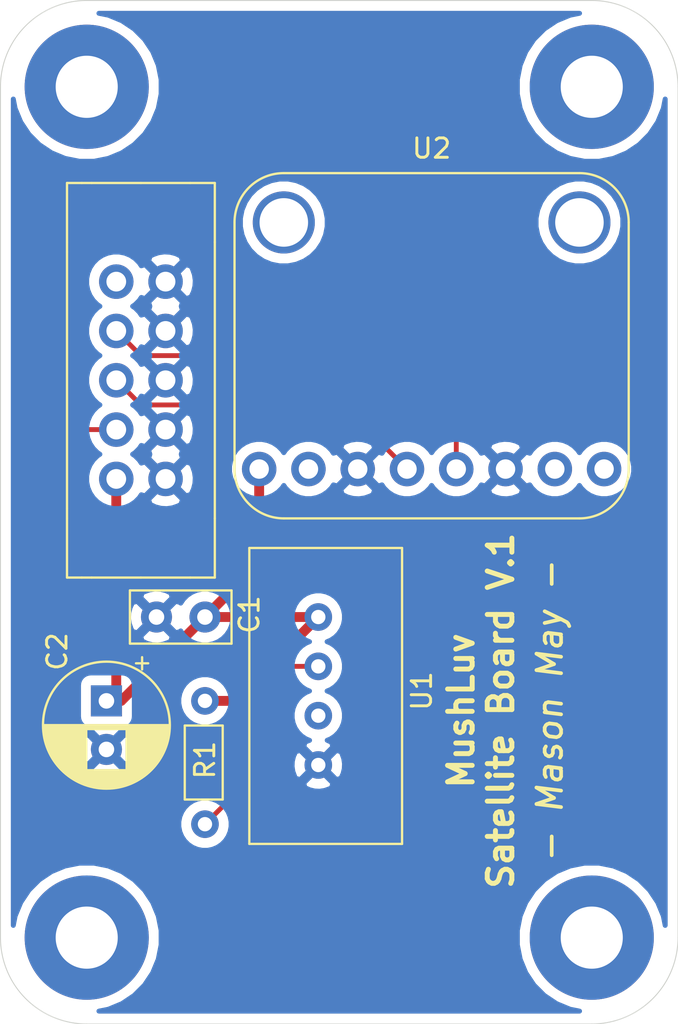
<source format=kicad_pcb>
(kicad_pcb (version 20171130) (host pcbnew "(5.1.6)-1")

  (general
    (thickness 1.6)
    (drawings 10)
    (tracks 30)
    (zones 0)
    (modules 10)
    (nets 11)
  )

  (page A4)
  (layers
    (0 F.Cu signal)
    (31 B.Cu signal)
    (32 B.Adhes user)
    (33 F.Adhes user)
    (34 B.Paste user)
    (35 F.Paste user)
    (36 B.SilkS user)
    (37 F.SilkS user)
    (38 B.Mask user)
    (39 F.Mask user)
    (40 Dwgs.User user)
    (41 Cmts.User user)
    (42 Eco1.User user)
    (43 Eco2.User user)
    (44 Edge.Cuts user)
    (45 Margin user)
    (46 B.CrtYd user)
    (47 F.CrtYd user)
    (48 B.Fab user)
    (49 F.Fab user)
  )

  (setup
    (last_trace_width 0.508)
    (user_trace_width 0.508)
    (trace_clearance 0.2)
    (zone_clearance 0.508)
    (zone_45_only no)
    (trace_min 0.2)
    (via_size 0.8)
    (via_drill 0.4)
    (via_min_size 0.4)
    (via_min_drill 0.3)
    (uvia_size 0.3)
    (uvia_drill 0.1)
    (uvias_allowed no)
    (uvia_min_size 0.2)
    (uvia_min_drill 0.1)
    (edge_width 0.05)
    (segment_width 0.2)
    (pcb_text_width 0.3)
    (pcb_text_size 1.5 1.5)
    (mod_edge_width 0.12)
    (mod_text_size 1 1)
    (mod_text_width 0.15)
    (pad_size 1.425 1.75)
    (pad_drill 0)
    (pad_to_mask_clearance 0.05)
    (aux_axis_origin 0 0)
    (visible_elements 7FFFFFFF)
    (pcbplotparams
      (layerselection 0x010f0_ffffffff)
      (usegerberextensions false)
      (usegerberattributes true)
      (usegerberadvancedattributes true)
      (creategerberjobfile true)
      (excludeedgelayer true)
      (linewidth 0.100000)
      (plotframeref false)
      (viasonmask false)
      (mode 1)
      (useauxorigin false)
      (hpglpennumber 1)
      (hpglpenspeed 20)
      (hpglpendiameter 15.000000)
      (psnegative false)
      (psa4output false)
      (plotreference true)
      (plotvalue true)
      (plotinvisibletext false)
      (padsonsilk false)
      (subtractmaskfromsilk false)
      (outputformat 1)
      (mirror false)
      (drillshape 0)
      (scaleselection 1)
      (outputdirectory ""))
  )

  (net 0 "")
  (net 1 GND)
  (net 2 +5V)
  (net 3 "Net-(J1-Pad9)")
  (net 4 SCL)
  (net 5 SDA)
  (net 6 D4)
  (net 7 "Net-(U1-Pad3)")
  (net 8 "Net-(U2-Pad2)")
  (net 9 "Net-(U2-Pad7)")
  (net 10 "Net-(U2-Pad8)")

  (net_class Default "This is the default net class."
    (clearance 0.2)
    (trace_width 0.25)
    (via_dia 0.8)
    (via_drill 0.4)
    (uvia_dia 0.3)
    (uvia_drill 0.1)
    (add_net +5V)
    (add_net D4)
    (add_net GND)
    (add_net "Net-(J1-Pad9)")
    (add_net "Net-(U1-Pad3)")
    (add_net "Net-(U2-Pad2)")
    (add_net "Net-(U2-Pad7)")
    (add_net "Net-(U2-Pad8)")
    (add_net SCL)
    (add_net SDA)
  )

  (module Capacitor_THT:C_Disc_D5.0mm_W2.5mm_P2.50mm (layer F.Cu) (tedit 5AE50EF0) (tstamp 5F9F49A9)
    (at 155.956 96.52 180)
    (descr "C, Disc series, Radial, pin pitch=2.50mm, , diameter*width=5*2.5mm^2, Capacitor, http://cdn-reichelt.de/documents/datenblatt/B300/DS_KERKO_TC.pdf")
    (tags "C Disc series Radial pin pitch 2.50mm  diameter 5mm width 2.5mm Capacitor")
    (path /5F9EFFEE)
    (fp_text reference C1 (at -2.286 0.127 90) (layer F.SilkS)
      (effects (font (size 1 1) (thickness 0.15)))
    )
    (fp_text value 0.1uf (at 1.25 2.5) (layer F.Fab)
      (effects (font (size 1 1) (thickness 0.15)))
    )
    (fp_line (start 4 -1.5) (end -1.5 -1.5) (layer F.CrtYd) (width 0.05))
    (fp_line (start 4 1.5) (end 4 -1.5) (layer F.CrtYd) (width 0.05))
    (fp_line (start -1.5 1.5) (end 4 1.5) (layer F.CrtYd) (width 0.05))
    (fp_line (start -1.5 -1.5) (end -1.5 1.5) (layer F.CrtYd) (width 0.05))
    (fp_line (start 3.87 -1.37) (end 3.87 1.37) (layer F.SilkS) (width 0.12))
    (fp_line (start -1.37 -1.37) (end -1.37 1.37) (layer F.SilkS) (width 0.12))
    (fp_line (start -1.37 1.37) (end 3.87 1.37) (layer F.SilkS) (width 0.12))
    (fp_line (start -1.37 -1.37) (end 3.87 -1.37) (layer F.SilkS) (width 0.12))
    (fp_line (start 3.75 -1.25) (end -1.25 -1.25) (layer F.Fab) (width 0.1))
    (fp_line (start 3.75 1.25) (end 3.75 -1.25) (layer F.Fab) (width 0.1))
    (fp_line (start -1.25 1.25) (end 3.75 1.25) (layer F.Fab) (width 0.1))
    (fp_line (start -1.25 -1.25) (end -1.25 1.25) (layer F.Fab) (width 0.1))
    (fp_text user %R (at 1.25 0) (layer F.Fab)
      (effects (font (size 1 1) (thickness 0.15)))
    )
    (pad 2 thru_hole circle (at 2.5 0 180) (size 1.6 1.6) (drill 0.8) (layers *.Cu *.Mask)
      (net 1 GND))
    (pad 1 thru_hole circle (at 0 0 180) (size 1.6 1.6) (drill 0.8) (layers *.Cu *.Mask)
      (net 2 +5V))
    (model ${KISYS3DMOD}/Capacitor_THT.3dshapes/C_Disc_D5.0mm_W2.5mm_P2.50mm.wrl
      (at (xyz 0 0 0))
      (scale (xyz 1 1 1))
      (rotate (xyz 0 0 0))
    )
  )

  (module SatelliteMush:CCS811 (layer F.Cu) (tedit 5F9EF212) (tstamp 5F9F4688)
    (at 167.64 86.36)
    (path /5F994631)
    (fp_text reference U2 (at 0 -13.97) (layer F.SilkS)
      (effects (font (size 1 1) (thickness 0.15)))
    )
    (fp_text value CCS811 (at 0 -5.08) (layer F.Fab)
      (effects (font (size 1 1) (thickness 0.15)))
    )
    (fp_line (start -10.16 -10.16) (end -10.16 2.54) (layer F.SilkS) (width 0.12))
    (fp_line (start 10.16 -10.16) (end 10.16 2.54) (layer F.SilkS) (width 0.12))
    (fp_line (start -7.62 -12.7) (end 7.62 -12.7) (layer F.SilkS) (width 0.12))
    (fp_line (start 7.62 5.08) (end -7.62 5.08) (layer F.SilkS) (width 0.12))
    (fp_arc (start -7.62 -10.16) (end -7.62 -12.7) (angle -90) (layer F.SilkS) (width 0.12))
    (fp_arc (start 7.62 -10.16) (end 10.16 -10.16) (angle -90) (layer F.SilkS) (width 0.12))
    (fp_arc (start -7.62 2.54) (end -10.16 2.54) (angle -90) (layer F.SilkS) (width 0.12))
    (fp_arc (start 7.62 2.54) (end 7.62 5.08) (angle -90) (layer F.SilkS) (width 0.12))
    (pad 10 thru_hole circle (at 7.62 -10.16) (size 3.2 3.2) (drill 2.5) (layers *.Cu *.Mask))
    (pad 9 thru_hole circle (at -7.62 -10.16) (size 3.2 3.2) (drill 2.5) (layers *.Cu *.Mask))
    (pad 1 thru_hole circle (at -8.89 2.54) (size 1.778 1.778) (drill 0.999998) (layers *.Cu *.Mask)
      (net 2 +5V))
    (pad 2 thru_hole circle (at -6.35 2.54) (size 1.778 1.778) (drill 0.999998) (layers *.Cu *.Mask)
      (net 8 "Net-(U2-Pad2)"))
    (pad 3 thru_hole circle (at -3.81 2.54) (size 1.778 1.778) (drill 0.999998) (layers *.Cu *.Mask)
      (net 1 GND))
    (pad 4 thru_hole circle (at -1.27 2.54) (size 1.778 1.778) (drill 0.999998) (layers *.Cu *.Mask)
      (net 5 SDA))
    (pad 5 thru_hole circle (at 1.27 2.54) (size 1.778 1.778) (drill 0.999998) (layers *.Cu *.Mask)
      (net 4 SCL))
    (pad 6 thru_hole circle (at 3.81 2.54) (size 1.778 1.778) (drill 0.999998) (layers *.Cu *.Mask)
      (net 1 GND))
    (pad 7 thru_hole circle (at 6.35 2.54) (size 1.778 1.778) (drill 0.999998) (layers *.Cu *.Mask)
      (net 9 "Net-(U2-Pad7)"))
    (pad 8 thru_hole circle (at 8.89 2.54) (size 1.778 1.778) (drill 0.999998) (layers *.Cu *.Mask)
      (net 10 "Net-(U2-Pad8)"))
  )

  (module Capacitor_THT:CP_Radial_D6.3mm_P2.50mm (layer F.Cu) (tedit 5AE50EF0) (tstamp 5FA77078)
    (at 150.876 100.838 270)
    (descr "CP, Radial series, Radial, pin pitch=2.50mm, , diameter=6.3mm, Electrolytic Capacitor")
    (tags "CP Radial series Radial pin pitch 2.50mm  diameter 6.3mm Electrolytic Capacitor")
    (path /5F9EF152)
    (fp_text reference C2 (at -2.54 2.54 270) (layer F.SilkS)
      (effects (font (size 1 1) (thickness 0.15)))
    )
    (fp_text value 100uf (at -7.112 -0.381) (layer F.Fab) hide
      (effects (font (size 1 1) (thickness 0.15)))
    )
    (fp_circle (center 1.25 0) (end 4.4 0) (layer F.Fab) (width 0.1))
    (fp_circle (center 1.25 0) (end 4.52 0) (layer F.SilkS) (width 0.12))
    (fp_circle (center 1.25 0) (end 4.65 0) (layer F.CrtYd) (width 0.05))
    (fp_line (start -1.443972 -1.3735) (end -0.813972 -1.3735) (layer F.Fab) (width 0.1))
    (fp_line (start -1.128972 -1.6885) (end -1.128972 -1.0585) (layer F.Fab) (width 0.1))
    (fp_line (start 1.25 -3.23) (end 1.25 3.23) (layer F.SilkS) (width 0.12))
    (fp_line (start 1.29 -3.23) (end 1.29 3.23) (layer F.SilkS) (width 0.12))
    (fp_line (start 1.33 -3.23) (end 1.33 3.23) (layer F.SilkS) (width 0.12))
    (fp_line (start 1.37 -3.228) (end 1.37 3.228) (layer F.SilkS) (width 0.12))
    (fp_line (start 1.41 -3.227) (end 1.41 3.227) (layer F.SilkS) (width 0.12))
    (fp_line (start 1.45 -3.224) (end 1.45 3.224) (layer F.SilkS) (width 0.12))
    (fp_line (start 1.49 -3.222) (end 1.49 -1.04) (layer F.SilkS) (width 0.12))
    (fp_line (start 1.49 1.04) (end 1.49 3.222) (layer F.SilkS) (width 0.12))
    (fp_line (start 1.53 -3.218) (end 1.53 -1.04) (layer F.SilkS) (width 0.12))
    (fp_line (start 1.53 1.04) (end 1.53 3.218) (layer F.SilkS) (width 0.12))
    (fp_line (start 1.57 -3.215) (end 1.57 -1.04) (layer F.SilkS) (width 0.12))
    (fp_line (start 1.57 1.04) (end 1.57 3.215) (layer F.SilkS) (width 0.12))
    (fp_line (start 1.61 -3.211) (end 1.61 -1.04) (layer F.SilkS) (width 0.12))
    (fp_line (start 1.61 1.04) (end 1.61 3.211) (layer F.SilkS) (width 0.12))
    (fp_line (start 1.65 -3.206) (end 1.65 -1.04) (layer F.SilkS) (width 0.12))
    (fp_line (start 1.65 1.04) (end 1.65 3.206) (layer F.SilkS) (width 0.12))
    (fp_line (start 1.69 -3.201) (end 1.69 -1.04) (layer F.SilkS) (width 0.12))
    (fp_line (start 1.69 1.04) (end 1.69 3.201) (layer F.SilkS) (width 0.12))
    (fp_line (start 1.73 -3.195) (end 1.73 -1.04) (layer F.SilkS) (width 0.12))
    (fp_line (start 1.73 1.04) (end 1.73 3.195) (layer F.SilkS) (width 0.12))
    (fp_line (start 1.77 -3.189) (end 1.77 -1.04) (layer F.SilkS) (width 0.12))
    (fp_line (start 1.77 1.04) (end 1.77 3.189) (layer F.SilkS) (width 0.12))
    (fp_line (start 1.81 -3.182) (end 1.81 -1.04) (layer F.SilkS) (width 0.12))
    (fp_line (start 1.81 1.04) (end 1.81 3.182) (layer F.SilkS) (width 0.12))
    (fp_line (start 1.85 -3.175) (end 1.85 -1.04) (layer F.SilkS) (width 0.12))
    (fp_line (start 1.85 1.04) (end 1.85 3.175) (layer F.SilkS) (width 0.12))
    (fp_line (start 1.89 -3.167) (end 1.89 -1.04) (layer F.SilkS) (width 0.12))
    (fp_line (start 1.89 1.04) (end 1.89 3.167) (layer F.SilkS) (width 0.12))
    (fp_line (start 1.93 -3.159) (end 1.93 -1.04) (layer F.SilkS) (width 0.12))
    (fp_line (start 1.93 1.04) (end 1.93 3.159) (layer F.SilkS) (width 0.12))
    (fp_line (start 1.971 -3.15) (end 1.971 -1.04) (layer F.SilkS) (width 0.12))
    (fp_line (start 1.971 1.04) (end 1.971 3.15) (layer F.SilkS) (width 0.12))
    (fp_line (start 2.011 -3.141) (end 2.011 -1.04) (layer F.SilkS) (width 0.12))
    (fp_line (start 2.011 1.04) (end 2.011 3.141) (layer F.SilkS) (width 0.12))
    (fp_line (start 2.051 -3.131) (end 2.051 -1.04) (layer F.SilkS) (width 0.12))
    (fp_line (start 2.051 1.04) (end 2.051 3.131) (layer F.SilkS) (width 0.12))
    (fp_line (start 2.091 -3.121) (end 2.091 -1.04) (layer F.SilkS) (width 0.12))
    (fp_line (start 2.091 1.04) (end 2.091 3.121) (layer F.SilkS) (width 0.12))
    (fp_line (start 2.131 -3.11) (end 2.131 -1.04) (layer F.SilkS) (width 0.12))
    (fp_line (start 2.131 1.04) (end 2.131 3.11) (layer F.SilkS) (width 0.12))
    (fp_line (start 2.171 -3.098) (end 2.171 -1.04) (layer F.SilkS) (width 0.12))
    (fp_line (start 2.171 1.04) (end 2.171 3.098) (layer F.SilkS) (width 0.12))
    (fp_line (start 2.211 -3.086) (end 2.211 -1.04) (layer F.SilkS) (width 0.12))
    (fp_line (start 2.211 1.04) (end 2.211 3.086) (layer F.SilkS) (width 0.12))
    (fp_line (start 2.251 -3.074) (end 2.251 -1.04) (layer F.SilkS) (width 0.12))
    (fp_line (start 2.251 1.04) (end 2.251 3.074) (layer F.SilkS) (width 0.12))
    (fp_line (start 2.291 -3.061) (end 2.291 -1.04) (layer F.SilkS) (width 0.12))
    (fp_line (start 2.291 1.04) (end 2.291 3.061) (layer F.SilkS) (width 0.12))
    (fp_line (start 2.331 -3.047) (end 2.331 -1.04) (layer F.SilkS) (width 0.12))
    (fp_line (start 2.331 1.04) (end 2.331 3.047) (layer F.SilkS) (width 0.12))
    (fp_line (start 2.371 -3.033) (end 2.371 -1.04) (layer F.SilkS) (width 0.12))
    (fp_line (start 2.371 1.04) (end 2.371 3.033) (layer F.SilkS) (width 0.12))
    (fp_line (start 2.411 -3.018) (end 2.411 -1.04) (layer F.SilkS) (width 0.12))
    (fp_line (start 2.411 1.04) (end 2.411 3.018) (layer F.SilkS) (width 0.12))
    (fp_line (start 2.451 -3.002) (end 2.451 -1.04) (layer F.SilkS) (width 0.12))
    (fp_line (start 2.451 1.04) (end 2.451 3.002) (layer F.SilkS) (width 0.12))
    (fp_line (start 2.491 -2.986) (end 2.491 -1.04) (layer F.SilkS) (width 0.12))
    (fp_line (start 2.491 1.04) (end 2.491 2.986) (layer F.SilkS) (width 0.12))
    (fp_line (start 2.531 -2.97) (end 2.531 -1.04) (layer F.SilkS) (width 0.12))
    (fp_line (start 2.531 1.04) (end 2.531 2.97) (layer F.SilkS) (width 0.12))
    (fp_line (start 2.571 -2.952) (end 2.571 -1.04) (layer F.SilkS) (width 0.12))
    (fp_line (start 2.571 1.04) (end 2.571 2.952) (layer F.SilkS) (width 0.12))
    (fp_line (start 2.611 -2.934) (end 2.611 -1.04) (layer F.SilkS) (width 0.12))
    (fp_line (start 2.611 1.04) (end 2.611 2.934) (layer F.SilkS) (width 0.12))
    (fp_line (start 2.651 -2.916) (end 2.651 -1.04) (layer F.SilkS) (width 0.12))
    (fp_line (start 2.651 1.04) (end 2.651 2.916) (layer F.SilkS) (width 0.12))
    (fp_line (start 2.691 -2.896) (end 2.691 -1.04) (layer F.SilkS) (width 0.12))
    (fp_line (start 2.691 1.04) (end 2.691 2.896) (layer F.SilkS) (width 0.12))
    (fp_line (start 2.731 -2.876) (end 2.731 -1.04) (layer F.SilkS) (width 0.12))
    (fp_line (start 2.731 1.04) (end 2.731 2.876) (layer F.SilkS) (width 0.12))
    (fp_line (start 2.771 -2.856) (end 2.771 -1.04) (layer F.SilkS) (width 0.12))
    (fp_line (start 2.771 1.04) (end 2.771 2.856) (layer F.SilkS) (width 0.12))
    (fp_line (start 2.811 -2.834) (end 2.811 -1.04) (layer F.SilkS) (width 0.12))
    (fp_line (start 2.811 1.04) (end 2.811 2.834) (layer F.SilkS) (width 0.12))
    (fp_line (start 2.851 -2.812) (end 2.851 -1.04) (layer F.SilkS) (width 0.12))
    (fp_line (start 2.851 1.04) (end 2.851 2.812) (layer F.SilkS) (width 0.12))
    (fp_line (start 2.891 -2.79) (end 2.891 -1.04) (layer F.SilkS) (width 0.12))
    (fp_line (start 2.891 1.04) (end 2.891 2.79) (layer F.SilkS) (width 0.12))
    (fp_line (start 2.931 -2.766) (end 2.931 -1.04) (layer F.SilkS) (width 0.12))
    (fp_line (start 2.931 1.04) (end 2.931 2.766) (layer F.SilkS) (width 0.12))
    (fp_line (start 2.971 -2.742) (end 2.971 -1.04) (layer F.SilkS) (width 0.12))
    (fp_line (start 2.971 1.04) (end 2.971 2.742) (layer F.SilkS) (width 0.12))
    (fp_line (start 3.011 -2.716) (end 3.011 -1.04) (layer F.SilkS) (width 0.12))
    (fp_line (start 3.011 1.04) (end 3.011 2.716) (layer F.SilkS) (width 0.12))
    (fp_line (start 3.051 -2.69) (end 3.051 -1.04) (layer F.SilkS) (width 0.12))
    (fp_line (start 3.051 1.04) (end 3.051 2.69) (layer F.SilkS) (width 0.12))
    (fp_line (start 3.091 -2.664) (end 3.091 -1.04) (layer F.SilkS) (width 0.12))
    (fp_line (start 3.091 1.04) (end 3.091 2.664) (layer F.SilkS) (width 0.12))
    (fp_line (start 3.131 -2.636) (end 3.131 -1.04) (layer F.SilkS) (width 0.12))
    (fp_line (start 3.131 1.04) (end 3.131 2.636) (layer F.SilkS) (width 0.12))
    (fp_line (start 3.171 -2.607) (end 3.171 -1.04) (layer F.SilkS) (width 0.12))
    (fp_line (start 3.171 1.04) (end 3.171 2.607) (layer F.SilkS) (width 0.12))
    (fp_line (start 3.211 -2.578) (end 3.211 -1.04) (layer F.SilkS) (width 0.12))
    (fp_line (start 3.211 1.04) (end 3.211 2.578) (layer F.SilkS) (width 0.12))
    (fp_line (start 3.251 -2.548) (end 3.251 -1.04) (layer F.SilkS) (width 0.12))
    (fp_line (start 3.251 1.04) (end 3.251 2.548) (layer F.SilkS) (width 0.12))
    (fp_line (start 3.291 -2.516) (end 3.291 -1.04) (layer F.SilkS) (width 0.12))
    (fp_line (start 3.291 1.04) (end 3.291 2.516) (layer F.SilkS) (width 0.12))
    (fp_line (start 3.331 -2.484) (end 3.331 -1.04) (layer F.SilkS) (width 0.12))
    (fp_line (start 3.331 1.04) (end 3.331 2.484) (layer F.SilkS) (width 0.12))
    (fp_line (start 3.371 -2.45) (end 3.371 -1.04) (layer F.SilkS) (width 0.12))
    (fp_line (start 3.371 1.04) (end 3.371 2.45) (layer F.SilkS) (width 0.12))
    (fp_line (start 3.411 -2.416) (end 3.411 -1.04) (layer F.SilkS) (width 0.12))
    (fp_line (start 3.411 1.04) (end 3.411 2.416) (layer F.SilkS) (width 0.12))
    (fp_line (start 3.451 -2.38) (end 3.451 -1.04) (layer F.SilkS) (width 0.12))
    (fp_line (start 3.451 1.04) (end 3.451 2.38) (layer F.SilkS) (width 0.12))
    (fp_line (start 3.491 -2.343) (end 3.491 -1.04) (layer F.SilkS) (width 0.12))
    (fp_line (start 3.491 1.04) (end 3.491 2.343) (layer F.SilkS) (width 0.12))
    (fp_line (start 3.531 -2.305) (end 3.531 -1.04) (layer F.SilkS) (width 0.12))
    (fp_line (start 3.531 1.04) (end 3.531 2.305) (layer F.SilkS) (width 0.12))
    (fp_line (start 3.571 -2.265) (end 3.571 2.265) (layer F.SilkS) (width 0.12))
    (fp_line (start 3.611 -2.224) (end 3.611 2.224) (layer F.SilkS) (width 0.12))
    (fp_line (start 3.651 -2.182) (end 3.651 2.182) (layer F.SilkS) (width 0.12))
    (fp_line (start 3.691 -2.137) (end 3.691 2.137) (layer F.SilkS) (width 0.12))
    (fp_line (start 3.731 -2.092) (end 3.731 2.092) (layer F.SilkS) (width 0.12))
    (fp_line (start 3.771 -2.044) (end 3.771 2.044) (layer F.SilkS) (width 0.12))
    (fp_line (start 3.811 -1.995) (end 3.811 1.995) (layer F.SilkS) (width 0.12))
    (fp_line (start 3.851 -1.944) (end 3.851 1.944) (layer F.SilkS) (width 0.12))
    (fp_line (start 3.891 -1.89) (end 3.891 1.89) (layer F.SilkS) (width 0.12))
    (fp_line (start 3.931 -1.834) (end 3.931 1.834) (layer F.SilkS) (width 0.12))
    (fp_line (start 3.971 -1.776) (end 3.971 1.776) (layer F.SilkS) (width 0.12))
    (fp_line (start 4.011 -1.714) (end 4.011 1.714) (layer F.SilkS) (width 0.12))
    (fp_line (start 4.051 -1.65) (end 4.051 1.65) (layer F.SilkS) (width 0.12))
    (fp_line (start 4.091 -1.581) (end 4.091 1.581) (layer F.SilkS) (width 0.12))
    (fp_line (start 4.131 -1.509) (end 4.131 1.509) (layer F.SilkS) (width 0.12))
    (fp_line (start 4.171 -1.432) (end 4.171 1.432) (layer F.SilkS) (width 0.12))
    (fp_line (start 4.211 -1.35) (end 4.211 1.35) (layer F.SilkS) (width 0.12))
    (fp_line (start 4.251 -1.262) (end 4.251 1.262) (layer F.SilkS) (width 0.12))
    (fp_line (start 4.291 -1.165) (end 4.291 1.165) (layer F.SilkS) (width 0.12))
    (fp_line (start 4.331 -1.059) (end 4.331 1.059) (layer F.SilkS) (width 0.12))
    (fp_line (start 4.371 -0.94) (end 4.371 0.94) (layer F.SilkS) (width 0.12))
    (fp_line (start 4.411 -0.802) (end 4.411 0.802) (layer F.SilkS) (width 0.12))
    (fp_line (start 4.451 -0.633) (end 4.451 0.633) (layer F.SilkS) (width 0.12))
    (fp_line (start 4.491 -0.402) (end 4.491 0.402) (layer F.SilkS) (width 0.12))
    (fp_line (start -2.250241 -1.839) (end -1.620241 -1.839) (layer F.SilkS) (width 0.12))
    (fp_line (start -1.935241 -2.154) (end -1.935241 -1.524) (layer F.SilkS) (width 0.12))
    (fp_text user %R (at 1.25 0 90) (layer F.Fab)
      (effects (font (size 1 1) (thickness 0.15)))
    )
    (pad 2 thru_hole circle (at 2.5 0 270) (size 1.6 1.6) (drill 0.8) (layers *.Cu *.Mask)
      (net 1 GND))
    (pad 1 thru_hole rect (at 0 0 270) (size 1.6 1.6) (drill 0.8) (layers *.Cu *.Mask)
      (net 2 +5V))
    (model ${KISYS3DMOD}/Capacitor_THT.3dshapes/CP_Radial_D6.3mm_P2.50mm.wrl
      (at (xyz 0 0 0))
      (scale (xyz 1 1 1))
      (rotate (xyz 0 0 0))
    )
  )

  (module MountingHole:MountingHole_3.2mm_M3_Pad (layer F.Cu) (tedit 56D1B4CB) (tstamp 5F9F4FA7)
    (at 175.895 113.03)
    (descr "Mounting Hole 3.2mm, M3")
    (tags "mounting hole 3.2mm m3")
    (fp_text reference REF** (at 0 -4.2) (layer F.SilkS) hide
      (effects (font (size 1 1) (thickness 0.15)))
    )
    (fp_text value MountingHole_3.2mm_M3_Pad (at 0 4.2) (layer F.Fab) hide
      (effects (font (size 1 1) (thickness 0.15)))
    )
    (fp_circle (center 0 0) (end 3.45 0) (layer F.CrtYd) (width 0.05))
    (fp_circle (center 0 0) (end 3.2 0) (layer Cmts.User) (width 0.15))
    (fp_text user %R (at 0.3 0) (layer F.Fab)
      (effects (font (size 1 1) (thickness 0.15)))
    )
    (pad 1 thru_hole circle (at 0 0) (size 6.4 6.4) (drill 3.2) (layers *.Cu *.Mask))
  )

  (module MountingHole:MountingHole_3.2mm_M3_Pad (layer F.Cu) (tedit 56D1B4CB) (tstamp 5F9F4F99)
    (at 149.86 113.03)
    (descr "Mounting Hole 3.2mm, M3")
    (tags "mounting hole 3.2mm m3")
    (fp_text reference REF** (at 0 -4.2) (layer F.SilkS) hide
      (effects (font (size 1 1) (thickness 0.15)))
    )
    (fp_text value MountingHole_3.2mm_M3_Pad (at 0 4.2) (layer F.Fab) hide
      (effects (font (size 1 1) (thickness 0.15)))
    )
    (fp_circle (center 0 0) (end 3.2 0) (layer Cmts.User) (width 0.15))
    (fp_circle (center 0 0) (end 3.45 0) (layer F.CrtYd) (width 0.05))
    (fp_text user %R (at 0.3 0) (layer F.Fab)
      (effects (font (size 1 1) (thickness 0.15)))
    )
    (pad 1 thru_hole circle (at 0 0) (size 6.4 6.4) (drill 3.2) (layers *.Cu *.Mask))
  )

  (module MountingHole:MountingHole_3.2mm_M3_Pad (layer F.Cu) (tedit 56D1B4CB) (tstamp 5F9F4F8B)
    (at 149.86 69.215)
    (descr "Mounting Hole 3.2mm, M3")
    (tags "mounting hole 3.2mm m3")
    (fp_text reference REF** (at 0 -4.2) (layer F.SilkS) hide
      (effects (font (size 1 1) (thickness 0.15)))
    )
    (fp_text value MountingHole_3.2mm_M3_Pad (at 0 4.2) (layer F.Fab) hide
      (effects (font (size 1 1) (thickness 0.15)))
    )
    (fp_circle (center 0 0) (end 3.45 0) (layer F.CrtYd) (width 0.05))
    (fp_circle (center 0 0) (end 3.2 0) (layer Cmts.User) (width 0.15))
    (fp_text user %R (at 0.3 0) (layer F.Fab)
      (effects (font (size 1 1) (thickness 0.15)))
    )
    (pad 1 thru_hole circle (at 0 0) (size 6.4 6.4) (drill 3.2) (layers *.Cu *.Mask))
  )

  (module MountingHole:MountingHole_3.2mm_M3_Pad (layer F.Cu) (tedit 56D1B4CB) (tstamp 5F9F4F57)
    (at 175.895 69.215)
    (descr "Mounting Hole 3.2mm, M3")
    (tags "mounting hole 3.2mm m3")
    (fp_text reference REF** (at 0 -4.2) (layer F.SilkS) hide
      (effects (font (size 1 1) (thickness 0.15)))
    )
    (fp_text value MountingHole_3.2mm_M3_Pad (at 0 4.2) (layer F.Fab) hide
      (effects (font (size 1 1) (thickness 0.15)))
    )
    (fp_circle (center 0 0) (end 3.45 0) (layer F.CrtYd) (width 0.05))
    (fp_circle (center 0 0) (end 3.2 0) (layer Cmts.User) (width 0.15))
    (fp_text user %R (at 0.3 0) (layer F.Fab)
      (effects (font (size 1 1) (thickness 0.15)))
    )
    (pad 1 thru_hole circle (at 0 0) (size 6.4 6.4) (drill 3.2) (layers *.Cu *.Mask))
  )

  (module SatelliteMush:DHT22 (layer F.Cu) (tedit 5F9F1A1F) (tstamp 5FA6FF70)
    (at 162.56 100.33 270)
    (path /5F99421E)
    (fp_text reference U1 (at 0 -4.572 90) (layer F.SilkS)
      (effects (font (size 1 1) (thickness 0.15)))
    )
    (fp_text value DHT22 (at 0 -2.54 90) (layer F.Fab)
      (effects (font (size 1 1) (thickness 0.15)))
    )
    (fp_line (start -7.366 -3.556) (end -7.366 4.318) (layer F.SilkS) (width 0.12))
    (fp_line (start 7.874 -3.556) (end -7.366 -3.556) (layer F.SilkS) (width 0.12))
    (fp_line (start 7.874 -3.556) (end 7.874 4.318) (layer F.SilkS) (width 0.12))
    (fp_line (start 7.874 4.318) (end -7.366 4.318) (layer F.SilkS) (width 0.12))
    (pad 1 thru_hole circle (at -3.81 0.762 270) (size 1.4224 1.4224) (drill 0.7366) (layers *.Cu *.Mask)
      (net 2 +5V))
    (pad 4 thru_hole circle (at 3.81 0.762 270) (size 1.4224 1.4224) (drill 0.7366) (layers *.Cu *.Mask)
      (net 1 GND))
    (pad 3 thru_hole circle (at 1.27 0.762 270) (size 1.4224 1.4224) (drill 0.7366) (layers *.Cu *.Mask)
      (net 7 "Net-(U1-Pad3)"))
    (pad 2 thru_hole circle (at -1.27 0.762 270) (size 1.4224 1.4224) (drill 0.7366) (layers *.Cu *.Mask)
      (net 6 D4))
  )

  (module SatelliteMush:resistor (layer F.Cu) (tedit 5F9F1A2C) (tstamp 5FA7789F)
    (at 155.956 104.648 270)
    (path /5F981BA4)
    (fp_text reference R1 (at -0.762 0 90) (layer F.SilkS)
      (effects (font (size 1 1) (thickness 0.15)))
    )
    (fp_text value 10k (at -0.762 -2.54 90) (layer F.Fab) hide
      (effects (font (size 1 1) (thickness 0.15)))
    )
    (fp_line (start 1.27 1.0414) (end -2.54 1.0414) (layer F.SilkS) (width 0.12))
    (fp_line (start -2.54 1.0414) (end -2.54 -0.9144) (layer F.SilkS) (width 0.12))
    (fp_line (start 1.27 1.0414) (end 1.27 -0.9144) (layer F.SilkS) (width 0.12))
    (fp_line (start 1.27 -0.9144) (end -2.54 -0.9144) (layer F.SilkS) (width 0.12))
    (pad 2 thru_hole circle (at 2.54 0 270) (size 1.4224 1.4224) (drill 0.7366) (layers *.Cu *.Mask)
      (net 6 D4))
    (pad 1 thru_hole circle (at -3.81 0 270) (size 1.4224 1.4224) (drill 0.7366) (layers *.Cu *.Mask)
      (net 2 +5V))
  )

  (module SatelliteMush:10pin_ribboncable_connector (layer F.Cu) (tedit 5F8D02B1) (tstamp 5F9F50DE)
    (at 150.114 85.598 90)
    (path /5F994C8B)
    (fp_text reference J1 (at 0 -3.048 90) (layer F.SilkS) hide
      (effects (font (size 1 1) (thickness 0.15)))
    )
    (fp_text value Conn_02x05_Odd_Even (at 0 -4.572 90) (layer F.Fab) hide
      (effects (font (size 1 1) (thickness 0.15)))
    )
    (fp_line (start 11.43 6.35) (end 11.43 5.08) (layer F.SilkS) (width 0.12))
    (fp_line (start -8.89 5.08) (end -8.89 6.35) (layer F.SilkS) (width 0.12))
    (fp_line (start -8.89 6.35) (end -5.842 6.35) (layer F.SilkS) (width 0.12))
    (fp_line (start -8.89 -1.27) (end -5.842 -1.27) (layer F.SilkS) (width 0.12))
    (fp_line (start -8.89 -0.508) (end -8.89 -1.27) (layer F.SilkS) (width 0.12))
    (fp_line (start 11.43 -1.27) (end 8.382 -1.27) (layer F.SilkS) (width 0.12))
    (fp_line (start 11.43 -0.508) (end 11.43 -1.27) (layer F.SilkS) (width 0.12))
    (fp_line (start 8.382 6.35) (end 11.43 6.35) (layer F.SilkS) (width 0.12))
    (fp_line (start -5.842 6.35) (end 8.382 6.35) (layer F.SilkS) (width 0.12))
    (fp_line (start -5.842 -1.27) (end -5.334 -1.27) (layer F.SilkS) (width 0.12))
    (fp_line (start -8.89 0) (end -8.89 -0.508) (layer F.SilkS) (width 0.12))
    (fp_line (start 11.43 -0.508) (end 11.43 0) (layer F.SilkS) (width 0.12))
    (fp_line (start 7.874 -1.27) (end 8.382 -1.27) (layer F.SilkS) (width 0.12))
    (fp_line (start 11.43 2.54) (end 11.43 5.08) (layer F.SilkS) (width 0.12))
    (fp_line (start -8.89 2.54) (end -8.89 5.08) (layer F.SilkS) (width 0.12))
    (fp_line (start -5.334 -1.27) (end 7.874 -1.27) (layer F.SilkS) (width 0.12))
    (fp_line (start 11.43 2.54) (end 11.43 0) (layer F.SilkS) (width 0.12))
    (fp_line (start -8.89 0) (end -8.89 2.54) (layer F.SilkS) (width 0.12))
    (pad 3 thru_hole circle (at -1.27 1.27 90) (size 1.778 1.778) (drill 1.016) (layers *.Cu *.Mask)
      (net 6 D4))
    (pad 1 thru_hole circle (at -3.81 1.27 90) (size 1.778 1.778) (drill 1.016) (layers *.Cu *.Mask)
      (net 2 +5V))
    (pad 5 thru_hole circle (at 1.27 1.27 90) (size 1.778 1.778) (drill 1.016) (layers *.Cu *.Mask)
      (net 5 SDA))
    (pad 7 thru_hole circle (at 3.81 1.27 90) (size 1.778 1.778) (drill 1.016) (layers *.Cu *.Mask)
      (net 4 SCL))
    (pad 9 thru_hole circle (at 6.35 1.27 90) (size 1.778 1.778) (drill 1.016) (layers *.Cu *.Mask)
      (net 3 "Net-(J1-Pad9)"))
    (pad 10 thru_hole circle (at 6.35 3.81 90) (size 1.778 1.778) (drill 1.016) (layers *.Cu *.Mask)
      (net 1 GND))
    (pad 4 thru_hole circle (at -1.27 3.81 90) (size 1.778 1.778) (drill 1.016) (layers *.Cu *.Mask)
      (net 1 GND))
    (pad 2 thru_hole circle (at -3.81 3.81 90) (size 1.778 1.778) (drill 1.016) (layers *.Cu *.Mask)
      (net 1 GND))
    (pad 6 thru_hole circle (at 1.27 3.81 90) (size 1.778 1.778) (drill 1.016) (layers *.Cu *.Mask)
      (net 1 GND))
    (pad 8 thru_hole circle (at 3.81 3.81 90) (size 1.778 1.778) (drill 1.016) (layers *.Cu *.Mask)
      (net 1 GND))
  )

  (gr_text " - Mason May -" (at 173.736 101.854 90) (layer F.SilkS)
    (effects (font (size 1.27 1.27) (thickness 0.1905) italic))
  )
  (gr_text "MushLuv\nSatellite Board V.1" (at 170.18 101.346 90) (layer F.SilkS)
    (effects (font (size 1.27 1.27) (thickness 0.254)))
  )
  (gr_line (start 145.415 113.03) (end 145.415 69.215) (layer Edge.Cuts) (width 0.05) (tstamp 5F9F538B))
  (gr_line (start 175.895 117.475) (end 149.86 117.475) (layer Edge.Cuts) (width 0.05) (tstamp 5F9F538A))
  (gr_line (start 180.34 69.215) (end 180.34 113.03) (layer Edge.Cuts) (width 0.05) (tstamp 5F9F5389))
  (gr_line (start 149.86 64.77) (end 175.895 64.77) (layer Edge.Cuts) (width 0.05) (tstamp 5F9F5388))
  (gr_arc (start 175.895 69.215) (end 180.34 69.215) (angle -90) (layer Edge.Cuts) (width 0.05))
  (gr_arc (start 175.895 113.03) (end 175.895 117.475) (angle -90) (layer Edge.Cuts) (width 0.05))
  (gr_arc (start 149.86 113.03) (end 145.415 113.03) (angle -90) (layer Edge.Cuts) (width 0.05))
  (gr_arc (start 149.86 69.215) (end 149.86 64.77) (angle -90) (layer Edge.Cuts) (width 0.05))

  (segment (start 155.956 96.52) (end 161.798 96.52) (width 0.508) (layer F.Cu) (net 2))
  (segment (start 151.384 100.33) (end 150.876 100.838) (width 0.508) (layer F.Cu) (net 2))
  (segment (start 151.384 89.408) (end 151.384 94.488) (width 0.508) (layer F.Cu) (net 2))
  (segment (start 151.384 94.488) (end 151.384 100.33) (width 0.508) (layer F.Cu) (net 2))
  (segment (start 151.638 100.838) (end 155.956 96.52) (width 0.508) (layer F.Cu) (net 2))
  (segment (start 150.876 100.838) (end 151.638 100.838) (width 0.508) (layer F.Cu) (net 2))
  (segment (start 157.48 100.838) (end 161.798 96.52) (width 0.508) (layer F.Cu) (net 2))
  (segment (start 155.956 100.838) (end 157.48 100.838) (width 0.508) (layer F.Cu) (net 2))
  (segment (start 155.956 96.52) (end 158.6865 93.7895) (width 0.508) (layer F.Cu) (net 2))
  (segment (start 158.75 93.726) (end 158.6865 93.7895) (width 0.508) (layer F.Cu) (net 2))
  (segment (start 158.75 88.9) (end 158.75 93.726) (width 0.508) (layer F.Cu) (net 2))
  (segment (start 151.384 81.788) (end 152.654 83.058) (width 0.25) (layer F.Cu) (net 4))
  (segment (start 164.719 83.058) (end 168.91 87.249) (width 0.25) (layer F.Cu) (net 4))
  (segment (start 152.654 83.058) (end 164.719 83.058) (width 0.25) (layer F.Cu) (net 4))
  (segment (start 168.91 88.9) (end 168.91 87.249) (width 0.25) (layer F.Cu) (net 4))
  (segment (start 151.384 84.328) (end 152.654 85.598) (width 0.25) (layer F.Cu) (net 5))
  (segment (start 163.068 85.598) (end 166.37 88.9) (width 0.25) (layer F.Cu) (net 5))
  (segment (start 152.654 85.598) (end 163.068 85.598) (width 0.25) (layer F.Cu) (net 5))
  (segment (start 161.798 99.06) (end 160.274 99.06) (width 0.25) (layer F.Cu) (net 6))
  (segment (start 157.734 108.966) (end 159.004 107.696) (width 0.25) (layer F.Cu) (net 6))
  (segment (start 148.082 108.966) (end 157.734 108.966) (width 0.25) (layer F.Cu) (net 6))
  (segment (start 146.685 107.569) (end 148.082 108.966) (width 0.25) (layer F.Cu) (net 6))
  (segment (start 160.274 99.06) (end 159.004 100.33) (width 0.25) (layer F.Cu) (net 6))
  (segment (start 151.384 86.868) (end 148.2725 86.868) (width 0.25) (layer F.Cu) (net 6))
  (segment (start 159.004 107.696) (end 159.004 100.33) (width 0.25) (layer F.Cu) (net 6))
  (segment (start 148.2725 86.868) (end 146.685 88.4555) (width 0.25) (layer F.Cu) (net 6))
  (segment (start 146.685 88.4555) (end 146.685 107.569) (width 0.25) (layer F.Cu) (net 6))
  (segment (start 155.956 107.188) (end 157.353 105.791) (width 0.25) (layer F.Cu) (net 6))
  (segment (start 157.353 101.981) (end 159.004 100.33) (width 0.25) (layer F.Cu) (net 6))
  (segment (start 157.353 105.791) (end 157.353 101.981) (width 0.25) (layer F.Cu) (net 6))

  (zone (net 1) (net_name GND) (layer B.Cu) (tstamp 5FA70A5D) (hatch edge 0.508)
    (connect_pads (clearance 0.508))
    (min_thickness 0.254)
    (fill yes (arc_segments 32) (thermal_gap 0.508) (thermal_bridge_width 0.508))
    (polygon
      (pts
        (xy 180.34 117.475) (xy 145.415 117.475) (xy 145.415 64.77) (xy 180.34 64.77)
      )
    )
    (filled_polygon
      (pts
        (xy 174.776372 65.527377) (xy 174.078446 65.816467) (xy 173.45033 66.236161) (xy 172.916161 66.77033) (xy 172.496467 67.398446)
        (xy 172.207377 68.096372) (xy 172.06 68.837285) (xy 172.06 69.592715) (xy 172.207377 70.333628) (xy 172.496467 71.031554)
        (xy 172.916161 71.65967) (xy 173.45033 72.193839) (xy 174.078446 72.613533) (xy 174.776372 72.902623) (xy 175.517285 73.05)
        (xy 176.272715 73.05) (xy 177.013628 72.902623) (xy 177.711554 72.613533) (xy 178.33967 72.193839) (xy 178.873839 71.65967)
        (xy 179.293533 71.031554) (xy 179.582623 70.333628) (xy 179.68 69.844082) (xy 179.680001 112.400923) (xy 179.582623 111.911372)
        (xy 179.293533 111.213446) (xy 178.873839 110.58533) (xy 178.33967 110.051161) (xy 177.711554 109.631467) (xy 177.013628 109.342377)
        (xy 176.272715 109.195) (xy 175.517285 109.195) (xy 174.776372 109.342377) (xy 174.078446 109.631467) (xy 173.45033 110.051161)
        (xy 172.916161 110.58533) (xy 172.496467 111.213446) (xy 172.207377 111.911372) (xy 172.06 112.652285) (xy 172.06 113.407715)
        (xy 172.207377 114.148628) (xy 172.496467 114.846554) (xy 172.916161 115.47467) (xy 173.45033 116.008839) (xy 174.078446 116.428533)
        (xy 174.776372 116.717623) (xy 175.265918 116.815) (xy 150.489082 116.815) (xy 150.978628 116.717623) (xy 151.676554 116.428533)
        (xy 152.30467 116.008839) (xy 152.838839 115.47467) (xy 153.258533 114.846554) (xy 153.547623 114.148628) (xy 153.695 113.407715)
        (xy 153.695 112.652285) (xy 153.547623 111.911372) (xy 153.258533 111.213446) (xy 152.838839 110.58533) (xy 152.30467 110.051161)
        (xy 151.676554 109.631467) (xy 150.978628 109.342377) (xy 150.237715 109.195) (xy 149.482285 109.195) (xy 148.741372 109.342377)
        (xy 148.043446 109.631467) (xy 147.41533 110.051161) (xy 146.881161 110.58533) (xy 146.461467 111.213446) (xy 146.172377 111.911372)
        (xy 146.075 112.400918) (xy 146.075 107.055411) (xy 154.6098 107.055411) (xy 154.6098 107.320589) (xy 154.661533 107.580672)
        (xy 154.763013 107.825665) (xy 154.910338 108.046153) (xy 155.097847 108.233662) (xy 155.318335 108.380987) (xy 155.563328 108.482467)
        (xy 155.823411 108.5342) (xy 156.088589 108.5342) (xy 156.348672 108.482467) (xy 156.593665 108.380987) (xy 156.814153 108.233662)
        (xy 157.001662 108.046153) (xy 157.148987 107.825665) (xy 157.250467 107.580672) (xy 157.3022 107.320589) (xy 157.3022 107.055411)
        (xy 157.250467 106.795328) (xy 157.148987 106.550335) (xy 157.001662 106.329847) (xy 156.814153 106.142338) (xy 156.593665 105.995013)
        (xy 156.348672 105.893533) (xy 156.088589 105.8418) (xy 155.823411 105.8418) (xy 155.563328 105.893533) (xy 155.318335 105.995013)
        (xy 155.097847 106.142338) (xy 154.910338 106.329847) (xy 154.763013 106.550335) (xy 154.661533 106.795328) (xy 154.6098 107.055411)
        (xy 146.075 107.055411) (xy 146.075 105.069273) (xy 161.048332 105.069273) (xy 161.109152 105.304183) (xy 161.349509 105.416202)
        (xy 161.607102 105.479176) (xy 161.87203 105.490687) (xy 162.134113 105.450291) (xy 162.38328 105.359542) (xy 162.486848 105.304183)
        (xy 162.547668 105.069273) (xy 161.798 104.319605) (xy 161.048332 105.069273) (xy 146.075 105.069273) (xy 146.075 104.330702)
        (xy 150.062903 104.330702) (xy 150.134486 104.574671) (xy 150.389996 104.695571) (xy 150.664184 104.7643) (xy 150.946512 104.778217)
        (xy 151.22613 104.736787) (xy 151.492292 104.641603) (xy 151.617514 104.574671) (xy 151.689097 104.330702) (xy 151.572425 104.21403)
        (xy 160.447313 104.21403) (xy 160.487709 104.476113) (xy 160.578458 104.72528) (xy 160.633817 104.828848) (xy 160.868727 104.889668)
        (xy 161.618395 104.14) (xy 161.977605 104.14) (xy 162.727273 104.889668) (xy 162.962183 104.828848) (xy 163.074202 104.588491)
        (xy 163.137176 104.330898) (xy 163.148687 104.06597) (xy 163.108291 103.803887) (xy 163.017542 103.55472) (xy 162.962183 103.451152)
        (xy 162.727273 103.390332) (xy 161.977605 104.14) (xy 161.618395 104.14) (xy 160.868727 103.390332) (xy 160.633817 103.451152)
        (xy 160.521798 103.691509) (xy 160.458824 103.949102) (xy 160.447313 104.21403) (xy 151.572425 104.21403) (xy 150.876 103.517605)
        (xy 150.062903 104.330702) (xy 146.075 104.330702) (xy 146.075 103.408512) (xy 149.435783 103.408512) (xy 149.477213 103.68813)
        (xy 149.572397 103.954292) (xy 149.639329 104.079514) (xy 149.883298 104.151097) (xy 150.696395 103.338) (xy 151.055605 103.338)
        (xy 151.868702 104.151097) (xy 152.112671 104.079514) (xy 152.233571 103.824004) (xy 152.3023 103.549816) (xy 152.316217 103.267488)
        (xy 152.274787 102.98787) (xy 152.179603 102.721708) (xy 152.112671 102.596486) (xy 151.868702 102.524903) (xy 151.055605 103.338)
        (xy 150.696395 103.338) (xy 149.883298 102.524903) (xy 149.639329 102.596486) (xy 149.518429 102.851996) (xy 149.4497 103.126184)
        (xy 149.435783 103.408512) (xy 146.075 103.408512) (xy 146.075 100.038) (xy 149.437928 100.038) (xy 149.437928 101.638)
        (xy 149.450188 101.762482) (xy 149.486498 101.88218) (xy 149.545463 101.992494) (xy 149.624815 102.089185) (xy 149.721506 102.168537)
        (xy 149.83182 102.227502) (xy 149.951518 102.263812) (xy 150.076 102.276072) (xy 150.083215 102.276072) (xy 150.062903 102.345298)
        (xy 150.876 103.158395) (xy 151.689097 102.345298) (xy 151.668785 102.276072) (xy 151.676 102.276072) (xy 151.800482 102.263812)
        (xy 151.92018 102.227502) (xy 152.030494 102.168537) (xy 152.127185 102.089185) (xy 152.206537 101.992494) (xy 152.265502 101.88218)
        (xy 152.301812 101.762482) (xy 152.314072 101.638) (xy 152.314072 100.705411) (xy 154.6098 100.705411) (xy 154.6098 100.970589)
        (xy 154.661533 101.230672) (xy 154.763013 101.475665) (xy 154.910338 101.696153) (xy 155.097847 101.883662) (xy 155.318335 102.030987)
        (xy 155.563328 102.132467) (xy 155.823411 102.1842) (xy 156.088589 102.1842) (xy 156.348672 102.132467) (xy 156.593665 102.030987)
        (xy 156.814153 101.883662) (xy 157.001662 101.696153) (xy 157.148987 101.475665) (xy 157.250467 101.230672) (xy 157.3022 100.970589)
        (xy 157.3022 100.705411) (xy 157.250467 100.445328) (xy 157.148987 100.200335) (xy 157.001662 99.979847) (xy 156.814153 99.792338)
        (xy 156.593665 99.645013) (xy 156.348672 99.543533) (xy 156.088589 99.4918) (xy 155.823411 99.4918) (xy 155.563328 99.543533)
        (xy 155.318335 99.645013) (xy 155.097847 99.792338) (xy 154.910338 99.979847) (xy 154.763013 100.200335) (xy 154.661533 100.445328)
        (xy 154.6098 100.705411) (xy 152.314072 100.705411) (xy 152.314072 100.038) (xy 152.301812 99.913518) (xy 152.265502 99.79382)
        (xy 152.206537 99.683506) (xy 152.127185 99.586815) (xy 152.030494 99.507463) (xy 151.92018 99.448498) (xy 151.800482 99.412188)
        (xy 151.676 99.399928) (xy 150.076 99.399928) (xy 149.951518 99.412188) (xy 149.83182 99.448498) (xy 149.721506 99.507463)
        (xy 149.624815 99.586815) (xy 149.545463 99.683506) (xy 149.486498 99.79382) (xy 149.450188 99.913518) (xy 149.437928 100.038)
        (xy 146.075 100.038) (xy 146.075 97.512702) (xy 152.642903 97.512702) (xy 152.714486 97.756671) (xy 152.969996 97.877571)
        (xy 153.244184 97.9463) (xy 153.526512 97.960217) (xy 153.80613 97.918787) (xy 154.072292 97.823603) (xy 154.197514 97.756671)
        (xy 154.269097 97.512702) (xy 153.456 96.699605) (xy 152.642903 97.512702) (xy 146.075 97.512702) (xy 146.075 96.590512)
        (xy 152.015783 96.590512) (xy 152.057213 96.87013) (xy 152.152397 97.136292) (xy 152.219329 97.261514) (xy 152.463298 97.333097)
        (xy 153.276395 96.52) (xy 153.635605 96.52) (xy 154.448702 97.333097) (xy 154.692671 97.261514) (xy 154.706324 97.232659)
        (xy 154.841363 97.434759) (xy 155.041241 97.634637) (xy 155.276273 97.79168) (xy 155.537426 97.899853) (xy 155.814665 97.955)
        (xy 156.097335 97.955) (xy 156.374574 97.899853) (xy 156.635727 97.79168) (xy 156.870759 97.634637) (xy 157.070637 97.434759)
        (xy 157.22768 97.199727) (xy 157.335853 96.938574) (xy 157.391 96.661335) (xy 157.391 96.387411) (xy 160.4518 96.387411)
        (xy 160.4518 96.652589) (xy 160.503533 96.912672) (xy 160.605013 97.157665) (xy 160.752338 97.378153) (xy 160.939847 97.565662)
        (xy 161.160335 97.712987) (xy 161.34626 97.79) (xy 161.160335 97.867013) (xy 160.939847 98.014338) (xy 160.752338 98.201847)
        (xy 160.605013 98.422335) (xy 160.503533 98.667328) (xy 160.4518 98.927411) (xy 160.4518 99.192589) (xy 160.503533 99.452672)
        (xy 160.605013 99.697665) (xy 160.752338 99.918153) (xy 160.939847 100.105662) (xy 161.160335 100.252987) (xy 161.34626 100.33)
        (xy 161.160335 100.407013) (xy 160.939847 100.554338) (xy 160.752338 100.741847) (xy 160.605013 100.962335) (xy 160.503533 101.207328)
        (xy 160.4518 101.467411) (xy 160.4518 101.732589) (xy 160.503533 101.992672) (xy 160.605013 102.237665) (xy 160.752338 102.458153)
        (xy 160.939847 102.645662) (xy 161.160335 102.792987) (xy 161.3486 102.870969) (xy 161.21272 102.920458) (xy 161.109152 102.975817)
        (xy 161.048332 103.210727) (xy 161.798 103.960395) (xy 162.547668 103.210727) (xy 162.486848 102.975817) (xy 162.255066 102.867794)
        (xy 162.435665 102.792987) (xy 162.656153 102.645662) (xy 162.843662 102.458153) (xy 162.990987 102.237665) (xy 163.092467 101.992672)
        (xy 163.1442 101.732589) (xy 163.1442 101.467411) (xy 163.092467 101.207328) (xy 162.990987 100.962335) (xy 162.843662 100.741847)
        (xy 162.656153 100.554338) (xy 162.435665 100.407013) (xy 162.24974 100.33) (xy 162.435665 100.252987) (xy 162.656153 100.105662)
        (xy 162.843662 99.918153) (xy 162.990987 99.697665) (xy 163.092467 99.452672) (xy 163.1442 99.192589) (xy 163.1442 98.927411)
        (xy 163.092467 98.667328) (xy 162.990987 98.422335) (xy 162.843662 98.201847) (xy 162.656153 98.014338) (xy 162.435665 97.867013)
        (xy 162.24974 97.79) (xy 162.435665 97.712987) (xy 162.656153 97.565662) (xy 162.843662 97.378153) (xy 162.990987 97.157665)
        (xy 163.092467 96.912672) (xy 163.1442 96.652589) (xy 163.1442 96.387411) (xy 163.092467 96.127328) (xy 162.990987 95.882335)
        (xy 162.843662 95.661847) (xy 162.656153 95.474338) (xy 162.435665 95.327013) (xy 162.190672 95.225533) (xy 161.930589 95.1738)
        (xy 161.665411 95.1738) (xy 161.405328 95.225533) (xy 161.160335 95.327013) (xy 160.939847 95.474338) (xy 160.752338 95.661847)
        (xy 160.605013 95.882335) (xy 160.503533 96.127328) (xy 160.4518 96.387411) (xy 157.391 96.387411) (xy 157.391 96.378665)
        (xy 157.335853 96.101426) (xy 157.22768 95.840273) (xy 157.070637 95.605241) (xy 156.870759 95.405363) (xy 156.635727 95.24832)
        (xy 156.374574 95.140147) (xy 156.097335 95.085) (xy 155.814665 95.085) (xy 155.537426 95.140147) (xy 155.276273 95.24832)
        (xy 155.041241 95.405363) (xy 154.841363 95.605241) (xy 154.707308 95.805869) (xy 154.692671 95.778486) (xy 154.448702 95.706903)
        (xy 153.635605 96.52) (xy 153.276395 96.52) (xy 152.463298 95.706903) (xy 152.219329 95.778486) (xy 152.098429 96.033996)
        (xy 152.0297 96.308184) (xy 152.015783 96.590512) (xy 146.075 96.590512) (xy 146.075 95.527298) (xy 152.642903 95.527298)
        (xy 153.456 96.340395) (xy 154.269097 95.527298) (xy 154.197514 95.283329) (xy 153.942004 95.162429) (xy 153.667816 95.0937)
        (xy 153.385488 95.079783) (xy 153.10587 95.121213) (xy 152.839708 95.216397) (xy 152.714486 95.283329) (xy 152.642903 95.527298)
        (xy 146.075 95.527298) (xy 146.075 79.097899) (xy 149.86 79.097899) (xy 149.86 79.398101) (xy 149.918566 79.692534)
        (xy 150.033449 79.969885) (xy 150.200232 80.219493) (xy 150.412507 80.431768) (xy 150.541562 80.518) (xy 150.412507 80.604232)
        (xy 150.200232 80.816507) (xy 150.033449 81.066115) (xy 149.918566 81.343466) (xy 149.86 81.637899) (xy 149.86 81.938101)
        (xy 149.918566 82.232534) (xy 150.033449 82.509885) (xy 150.200232 82.759493) (xy 150.412507 82.971768) (xy 150.541562 83.058)
        (xy 150.412507 83.144232) (xy 150.200232 83.356507) (xy 150.033449 83.606115) (xy 149.918566 83.883466) (xy 149.86 84.177899)
        (xy 149.86 84.478101) (xy 149.918566 84.772534) (xy 150.033449 85.049885) (xy 150.200232 85.299493) (xy 150.412507 85.511768)
        (xy 150.541562 85.598) (xy 150.412507 85.684232) (xy 150.200232 85.896507) (xy 150.033449 86.146115) (xy 149.918566 86.423466)
        (xy 149.86 86.717899) (xy 149.86 87.018101) (xy 149.918566 87.312534) (xy 150.033449 87.589885) (xy 150.200232 87.839493)
        (xy 150.412507 88.051768) (xy 150.541562 88.138) (xy 150.412507 88.224232) (xy 150.200232 88.436507) (xy 150.033449 88.686115)
        (xy 149.918566 88.963466) (xy 149.86 89.257899) (xy 149.86 89.558101) (xy 149.918566 89.852534) (xy 150.033449 90.129885)
        (xy 150.200232 90.379493) (xy 150.412507 90.591768) (xy 150.662115 90.758551) (xy 150.939466 90.873434) (xy 151.233899 90.932)
        (xy 151.534101 90.932) (xy 151.828534 90.873434) (xy 152.105885 90.758551) (xy 152.355493 90.591768) (xy 152.48303 90.464231)
        (xy 153.047374 90.464231) (xy 153.129727 90.717289) (xy 153.400418 90.847086) (xy 153.69123 90.92158) (xy 153.990988 90.937908)
        (xy 154.288171 90.895443) (xy 154.571359 90.795816) (xy 154.718273 90.717289) (xy 154.800626 90.464231) (xy 153.924 89.587605)
        (xy 153.047374 90.464231) (xy 152.48303 90.464231) (xy 152.567768 90.379493) (xy 152.673417 90.221378) (xy 152.867769 90.284626)
        (xy 153.744395 89.408) (xy 154.103605 89.408) (xy 154.980231 90.284626) (xy 155.233289 90.202273) (xy 155.363086 89.931582)
        (xy 155.43758 89.64077) (xy 155.453908 89.341012) (xy 155.411443 89.043829) (xy 155.311816 88.760641) (xy 155.306075 88.749899)
        (xy 157.226 88.749899) (xy 157.226 89.050101) (xy 157.284566 89.344534) (xy 157.399449 89.621885) (xy 157.566232 89.871493)
        (xy 157.778507 90.083768) (xy 158.028115 90.250551) (xy 158.305466 90.365434) (xy 158.599899 90.424) (xy 158.900101 90.424)
        (xy 159.194534 90.365434) (xy 159.471885 90.250551) (xy 159.721493 90.083768) (xy 159.933768 89.871493) (xy 160.02 89.742438)
        (xy 160.106232 89.871493) (xy 160.318507 90.083768) (xy 160.568115 90.250551) (xy 160.845466 90.365434) (xy 161.139899 90.424)
        (xy 161.440101 90.424) (xy 161.734534 90.365434) (xy 162.011885 90.250551) (xy 162.261493 90.083768) (xy 162.38903 89.956231)
        (xy 162.953374 89.956231) (xy 163.035727 90.209289) (xy 163.306418 90.339086) (xy 163.59723 90.41358) (xy 163.896988 90.429908)
        (xy 164.194171 90.387443) (xy 164.477359 90.287816) (xy 164.624273 90.209289) (xy 164.706626 89.956231) (xy 163.83 89.079605)
        (xy 162.953374 89.956231) (xy 162.38903 89.956231) (xy 162.473768 89.871493) (xy 162.579417 89.713378) (xy 162.773769 89.776626)
        (xy 163.650395 88.9) (xy 164.009605 88.9) (xy 164.886231 89.776626) (xy 165.080583 89.713378) (xy 165.186232 89.871493)
        (xy 165.398507 90.083768) (xy 165.648115 90.250551) (xy 165.925466 90.365434) (xy 166.219899 90.424) (xy 166.520101 90.424)
        (xy 166.814534 90.365434) (xy 167.091885 90.250551) (xy 167.341493 90.083768) (xy 167.553768 89.871493) (xy 167.64 89.742438)
        (xy 167.726232 89.871493) (xy 167.938507 90.083768) (xy 168.188115 90.250551) (xy 168.465466 90.365434) (xy 168.759899 90.424)
        (xy 169.060101 90.424) (xy 169.354534 90.365434) (xy 169.631885 90.250551) (xy 169.881493 90.083768) (xy 170.00903 89.956231)
        (xy 170.573374 89.956231) (xy 170.655727 90.209289) (xy 170.926418 90.339086) (xy 171.21723 90.41358) (xy 171.516988 90.429908)
        (xy 171.814171 90.387443) (xy 172.097359 90.287816) (xy 172.244273 90.209289) (xy 172.326626 89.956231) (xy 171.45 89.079605)
        (xy 170.573374 89.956231) (xy 170.00903 89.956231) (xy 170.093768 89.871493) (xy 170.199417 89.713378) (xy 170.393769 89.776626)
        (xy 171.270395 88.9) (xy 171.629605 88.9) (xy 172.506231 89.776626) (xy 172.700583 89.713378) (xy 172.806232 89.871493)
        (xy 173.018507 90.083768) (xy 173.268115 90.250551) (xy 173.545466 90.365434) (xy 173.839899 90.424) (xy 174.140101 90.424)
        (xy 174.434534 90.365434) (xy 174.711885 90.250551) (xy 174.961493 90.083768) (xy 175.173768 89.871493) (xy 175.26 89.742438)
        (xy 175.346232 89.871493) (xy 175.558507 90.083768) (xy 175.808115 90.250551) (xy 176.085466 90.365434) (xy 176.379899 90.424)
        (xy 176.680101 90.424) (xy 176.974534 90.365434) (xy 177.251885 90.250551) (xy 177.501493 90.083768) (xy 177.713768 89.871493)
        (xy 177.880551 89.621885) (xy 177.995434 89.344534) (xy 178.054 89.050101) (xy 178.054 88.749899) (xy 177.995434 88.455466)
        (xy 177.880551 88.178115) (xy 177.713768 87.928507) (xy 177.501493 87.716232) (xy 177.251885 87.549449) (xy 176.974534 87.434566)
        (xy 176.680101 87.376) (xy 176.379899 87.376) (xy 176.085466 87.434566) (xy 175.808115 87.549449) (xy 175.558507 87.716232)
        (xy 175.346232 87.928507) (xy 175.26 88.057562) (xy 175.173768 87.928507) (xy 174.961493 87.716232) (xy 174.711885 87.549449)
        (xy 174.434534 87.434566) (xy 174.140101 87.376) (xy 173.839899 87.376) (xy 173.545466 87.434566) (xy 173.268115 87.549449)
        (xy 173.018507 87.716232) (xy 172.806232 87.928507) (xy 172.700583 88.086622) (xy 172.506231 88.023374) (xy 171.629605 88.9)
        (xy 171.270395 88.9) (xy 170.393769 88.023374) (xy 170.199417 88.086622) (xy 170.093768 87.928507) (xy 170.00903 87.843769)
        (xy 170.573374 87.843769) (xy 171.45 88.720395) (xy 172.326626 87.843769) (xy 172.244273 87.590711) (xy 171.973582 87.460914)
        (xy 171.68277 87.38642) (xy 171.383012 87.370092) (xy 171.085829 87.412557) (xy 170.802641 87.512184) (xy 170.655727 87.590711)
        (xy 170.573374 87.843769) (xy 170.00903 87.843769) (xy 169.881493 87.716232) (xy 169.631885 87.549449) (xy 169.354534 87.434566)
        (xy 169.060101 87.376) (xy 168.759899 87.376) (xy 168.465466 87.434566) (xy 168.188115 87.549449) (xy 167.938507 87.716232)
        (xy 167.726232 87.928507) (xy 167.64 88.057562) (xy 167.553768 87.928507) (xy 167.341493 87.716232) (xy 167.091885 87.549449)
        (xy 166.814534 87.434566) (xy 166.520101 87.376) (xy 166.219899 87.376) (xy 165.925466 87.434566) (xy 165.648115 87.549449)
        (xy 165.398507 87.716232) (xy 165.186232 87.928507) (xy 165.080583 88.086622) (xy 164.886231 88.023374) (xy 164.009605 88.9)
        (xy 163.650395 88.9) (xy 162.773769 88.023374) (xy 162.579417 88.086622) (xy 162.473768 87.928507) (xy 162.38903 87.843769)
        (xy 162.953374 87.843769) (xy 163.83 88.720395) (xy 164.706626 87.843769) (xy 164.624273 87.590711) (xy 164.353582 87.460914)
        (xy 164.06277 87.38642) (xy 163.763012 87.370092) (xy 163.465829 87.412557) (xy 163.182641 87.512184) (xy 163.035727 87.590711)
        (xy 162.953374 87.843769) (xy 162.38903 87.843769) (xy 162.261493 87.716232) (xy 162.011885 87.549449) (xy 161.734534 87.434566)
        (xy 161.440101 87.376) (xy 161.139899 87.376) (xy 160.845466 87.434566) (xy 160.568115 87.549449) (xy 160.318507 87.716232)
        (xy 160.106232 87.928507) (xy 160.02 88.057562) (xy 159.933768 87.928507) (xy 159.721493 87.716232) (xy 159.471885 87.549449)
        (xy 159.194534 87.434566) (xy 158.900101 87.376) (xy 158.599899 87.376) (xy 158.305466 87.434566) (xy 158.028115 87.549449)
        (xy 157.778507 87.716232) (xy 157.566232 87.928507) (xy 157.399449 88.178115) (xy 157.284566 88.455466) (xy 157.226 88.749899)
        (xy 155.306075 88.749899) (xy 155.233289 88.613727) (xy 154.980231 88.531374) (xy 154.103605 89.408) (xy 153.744395 89.408)
        (xy 152.867769 88.531374) (xy 152.673417 88.594622) (xy 152.567768 88.436507) (xy 152.355493 88.224232) (xy 152.226438 88.138)
        (xy 152.355493 88.051768) (xy 152.48303 87.924231) (xy 153.047374 87.924231) (xy 153.116941 88.138) (xy 153.047374 88.351769)
        (xy 153.924 89.228395) (xy 154.800626 88.351769) (xy 154.731059 88.138) (xy 154.800626 87.924231) (xy 153.924 87.047605)
        (xy 153.047374 87.924231) (xy 152.48303 87.924231) (xy 152.567768 87.839493) (xy 152.673417 87.681378) (xy 152.867769 87.744626)
        (xy 153.744395 86.868) (xy 154.103605 86.868) (xy 154.980231 87.744626) (xy 155.233289 87.662273) (xy 155.363086 87.391582)
        (xy 155.43758 87.10077) (xy 155.453908 86.801012) (xy 155.411443 86.503829) (xy 155.311816 86.220641) (xy 155.233289 86.073727)
        (xy 154.980231 85.991374) (xy 154.103605 86.868) (xy 153.744395 86.868) (xy 152.867769 85.991374) (xy 152.673417 86.054622)
        (xy 152.567768 85.896507) (xy 152.355493 85.684232) (xy 152.226438 85.598) (xy 152.355493 85.511768) (xy 152.48303 85.384231)
        (xy 153.047374 85.384231) (xy 153.116941 85.598) (xy 153.047374 85.811769) (xy 153.924 86.688395) (xy 154.800626 85.811769)
        (xy 154.731059 85.598) (xy 154.800626 85.384231) (xy 153.924 84.507605) (xy 153.047374 85.384231) (xy 152.48303 85.384231)
        (xy 152.567768 85.299493) (xy 152.673417 85.141378) (xy 152.867769 85.204626) (xy 153.744395 84.328) (xy 154.103605 84.328)
        (xy 154.980231 85.204626) (xy 155.233289 85.122273) (xy 155.363086 84.851582) (xy 155.43758 84.56077) (xy 155.453908 84.261012)
        (xy 155.411443 83.963829) (xy 155.311816 83.680641) (xy 155.233289 83.533727) (xy 154.980231 83.451374) (xy 154.103605 84.328)
        (xy 153.744395 84.328) (xy 152.867769 83.451374) (xy 152.673417 83.514622) (xy 152.567768 83.356507) (xy 152.355493 83.144232)
        (xy 152.226438 83.058) (xy 152.355493 82.971768) (xy 152.48303 82.844231) (xy 153.047374 82.844231) (xy 153.116941 83.058)
        (xy 153.047374 83.271769) (xy 153.924 84.148395) (xy 154.800626 83.271769) (xy 154.731059 83.058) (xy 154.800626 82.844231)
        (xy 153.924 81.967605) (xy 153.047374 82.844231) (xy 152.48303 82.844231) (xy 152.567768 82.759493) (xy 152.673417 82.601378)
        (xy 152.867769 82.664626) (xy 153.744395 81.788) (xy 154.103605 81.788) (xy 154.980231 82.664626) (xy 155.233289 82.582273)
        (xy 155.363086 82.311582) (xy 155.43758 82.02077) (xy 155.453908 81.721012) (xy 155.411443 81.423829) (xy 155.311816 81.140641)
        (xy 155.233289 80.993727) (xy 154.980231 80.911374) (xy 154.103605 81.788) (xy 153.744395 81.788) (xy 152.867769 80.911374)
        (xy 152.673417 80.974622) (xy 152.567768 80.816507) (xy 152.355493 80.604232) (xy 152.226438 80.518) (xy 152.355493 80.431768)
        (xy 152.48303 80.304231) (xy 153.047374 80.304231) (xy 153.116941 80.518) (xy 153.047374 80.731769) (xy 153.924 81.608395)
        (xy 154.800626 80.731769) (xy 154.731059 80.518) (xy 154.800626 80.304231) (xy 153.924 79.427605) (xy 153.047374 80.304231)
        (xy 152.48303 80.304231) (xy 152.567768 80.219493) (xy 152.673417 80.061378) (xy 152.867769 80.124626) (xy 153.744395 79.248)
        (xy 154.103605 79.248) (xy 154.980231 80.124626) (xy 155.233289 80.042273) (xy 155.363086 79.771582) (xy 155.43758 79.48077)
        (xy 155.453908 79.181012) (xy 155.411443 78.883829) (xy 155.311816 78.600641) (xy 155.233289 78.453727) (xy 154.980231 78.371374)
        (xy 154.103605 79.248) (xy 153.744395 79.248) (xy 152.867769 78.371374) (xy 152.673417 78.434622) (xy 152.567768 78.276507)
        (xy 152.48303 78.191769) (xy 153.047374 78.191769) (xy 153.924 79.068395) (xy 154.800626 78.191769) (xy 154.718273 77.938711)
        (xy 154.447582 77.808914) (xy 154.15677 77.73442) (xy 153.857012 77.718092) (xy 153.559829 77.760557) (xy 153.276641 77.860184)
        (xy 153.129727 77.938711) (xy 153.047374 78.191769) (xy 152.48303 78.191769) (xy 152.355493 78.064232) (xy 152.105885 77.897449)
        (xy 151.828534 77.782566) (xy 151.534101 77.724) (xy 151.233899 77.724) (xy 150.939466 77.782566) (xy 150.662115 77.897449)
        (xy 150.412507 78.064232) (xy 150.200232 78.276507) (xy 150.033449 78.526115) (xy 149.918566 78.803466) (xy 149.86 79.097899)
        (xy 146.075 79.097899) (xy 146.075 75.979872) (xy 157.785 75.979872) (xy 157.785 76.420128) (xy 157.87089 76.851925)
        (xy 158.039369 77.258669) (xy 158.283962 77.624729) (xy 158.595271 77.936038) (xy 158.961331 78.180631) (xy 159.368075 78.34911)
        (xy 159.799872 78.435) (xy 160.240128 78.435) (xy 160.671925 78.34911) (xy 161.078669 78.180631) (xy 161.444729 77.936038)
        (xy 161.756038 77.624729) (xy 162.000631 77.258669) (xy 162.16911 76.851925) (xy 162.255 76.420128) (xy 162.255 75.979872)
        (xy 173.025 75.979872) (xy 173.025 76.420128) (xy 173.11089 76.851925) (xy 173.279369 77.258669) (xy 173.523962 77.624729)
        (xy 173.835271 77.936038) (xy 174.201331 78.180631) (xy 174.608075 78.34911) (xy 175.039872 78.435) (xy 175.480128 78.435)
        (xy 175.911925 78.34911) (xy 176.318669 78.180631) (xy 176.684729 77.936038) (xy 176.996038 77.624729) (xy 177.240631 77.258669)
        (xy 177.40911 76.851925) (xy 177.495 76.420128) (xy 177.495 75.979872) (xy 177.40911 75.548075) (xy 177.240631 75.141331)
        (xy 176.996038 74.775271) (xy 176.684729 74.463962) (xy 176.318669 74.219369) (xy 175.911925 74.05089) (xy 175.480128 73.965)
        (xy 175.039872 73.965) (xy 174.608075 74.05089) (xy 174.201331 74.219369) (xy 173.835271 74.463962) (xy 173.523962 74.775271)
        (xy 173.279369 75.141331) (xy 173.11089 75.548075) (xy 173.025 75.979872) (xy 162.255 75.979872) (xy 162.16911 75.548075)
        (xy 162.000631 75.141331) (xy 161.756038 74.775271) (xy 161.444729 74.463962) (xy 161.078669 74.219369) (xy 160.671925 74.05089)
        (xy 160.240128 73.965) (xy 159.799872 73.965) (xy 159.368075 74.05089) (xy 158.961331 74.219369) (xy 158.595271 74.463962)
        (xy 158.283962 74.775271) (xy 158.039369 75.141331) (xy 157.87089 75.548075) (xy 157.785 75.979872) (xy 146.075 75.979872)
        (xy 146.075 69.844082) (xy 146.172377 70.333628) (xy 146.461467 71.031554) (xy 146.881161 71.65967) (xy 147.41533 72.193839)
        (xy 148.043446 72.613533) (xy 148.741372 72.902623) (xy 149.482285 73.05) (xy 150.237715 73.05) (xy 150.978628 72.902623)
        (xy 151.676554 72.613533) (xy 152.30467 72.193839) (xy 152.838839 71.65967) (xy 153.258533 71.031554) (xy 153.547623 70.333628)
        (xy 153.695 69.592715) (xy 153.695 68.837285) (xy 153.547623 68.096372) (xy 153.258533 67.398446) (xy 152.838839 66.77033)
        (xy 152.30467 66.236161) (xy 151.676554 65.816467) (xy 150.978628 65.527377) (xy 150.489082 65.43) (xy 175.265918 65.43)
      )
    )
  )
)

</source>
